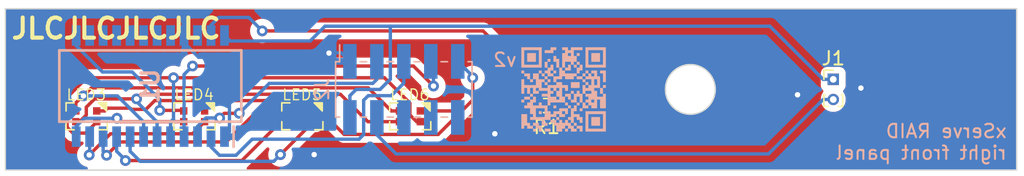
<source format=kicad_pcb>
(kicad_pcb (version 20221018) (generator pcbnew)
  (layers (0 "F.Cu" signal) (31 "B.Cu" signal) (34 "B.Paste" user) (35 "F.Paste" user) (36 "B.SilkS" user "B.Silkscreen") (37 "F.SilkS" user "F.Silkscreen") (38 "B.Mask" user) (39 "F.Mask" user) (44 "Edge.Cuts" user))
  (net 0 "")
  (net 1 "GND")
  (net 2 "/SENS_LOCK")
  (net 3 "/SCK_R")
  (net 4 "/SIN_R")
  (net 5 "/LAT_LS")
  (net 6 "/LAT_R")
  (net 7 "/SIN_LS")
  (net 8 "+5V")
  (net 9 "/R_EN")
  (net 10 "/SCK_LS")
  (net 11 "/OUT_6")
  (net 12 "/OUT_7")
  (net 13 "/OUT_8")
  (net 14 "/OUT_3")
  (net 15 "/OUT_4")
  (net 16 "/OUT_5")
  (net 17 "/OUT_0")
  (net 18 "/OUT_1")
  (net 19 "/OUT_2")
  (net 20 "Net-(U1-REXT)")
  (net 21 "/OUT_9")
  (net 22 "/OUT_10")
  (net 23 "/OUT_11")
  (net 24 "/OUT_12")
  (net 25 "/OUT_13")
  (net 26 "/OUT_14")
  (net 27 "/OUT_15")
  (footprint "connector_1.50mm:PinHeader_1x02_P1.50mm_Vertical" (layer "F.Cu") (at 111.4 105.25)
    (fp_text reference "J1" (at 0 -1.56) (layer "F.SilkS"))
    (fp_text value "SENS_LOCK")
    (pad "1" thru_hole rect (at 0 0) (size 0.85 0.85) (drill 0.5) (layers "*.Cu" "*.Mask") (net 8 "+5V"))
    (pad "2" thru_hole oval (at 0 1.5) (size 0.85 0.85) (drill 0.5) (layers "*.Cu" "*.Mask") (net 2 "/SENS_LOCK"))
  )
  (footprint "footprints:LED RGB XINGLIGHT XL-2012RGBC 0805" (layer "F.Cu") (at 56 108)
    (fp_text reference "LED3" (at 0 -1.6 unlocked) (layer "F.SilkS") (effects (font (size 0.8 0.8) (thickness 0.1))))
    (fp_text value "lightning sign")
    (pad "1" smd rect (at 0.775 0.4) (size 0.55 0.55) (layers "F.Cu" "F.Paste" "F.Mask") (net 17 "/OUT_0"))
    (pad "2" smd rect (at -0.775 0.4) (size 0.55 0.55) (layers "F.Cu" "F.Paste" "F.Mask") (net 18 "/OUT_1"))
    (pad "3" smd rect (at 0.775 -0.4) (size 0.55 0.55) (layers "F.Cu" "F.Paste" "F.Mask") (net 9 "/R_EN"))
    (pad "4" smd rect (at -0.775 -0.4) (size 0.55 0.55) (layers "F.Cu" "F.Paste" "F.Mask") (net 19 "/OUT_2"))
  )
  (footprint "footprints:LED RGB XINGLIGHT XL-2012RGBC 0805" (layer "F.Cu") (at 72 108)
    (fp_text reference "LED5" (at 0 -1.6 unlocked) (layer "F.SilkS") (effects (font (size 0.8 0.8) (thickness 0.1))))
    (fp_text value "temp sign")
    (pad "1" smd rect (at 0.775 0.4) (size 0.55 0.55) (layers "F.Cu" "F.Paste" "F.Mask") (net 14 "/OUT_3"))
    (pad "2" smd rect (at -0.775 0.4) (size 0.55 0.55) (layers "F.Cu" "F.Paste" "F.Mask") (net 15 "/OUT_4"))
    (pad "3" smd rect (at 0.775 -0.4) (size 0.55 0.55) (layers "F.Cu" "F.Paste" "F.Mask") (net 9 "/R_EN"))
    (pad "4" smd rect (at -0.775 -0.4) (size 0.55 0.55) (layers "F.Cu" "F.Paste" "F.Mask") (net 16 "/OUT_5"))
  )
  (footprint "footprints:LED RGB XINGLIGHT XL-2012RGBC 0805" (layer "F.Cu") (at 64 108)
    (fp_text reference "LED4" (at 0 -1.6 unlocked) (layer "F.SilkS") (effects (font (size 0.8 0.8) (thickness 0.1))))
    (fp_text value "fan sign")
    (pad "1" smd rect (at 0.775 0.4) (size 0.55 0.55) (layers "F.Cu" "F.Paste" "F.Mask") (net 11 "/OUT_6"))
    (pad "2" smd rect (at -0.775 0.4) (size 0.55 0.55) (layers "F.Cu" "F.Paste" "F.Mask") (net 12 "/OUT_7"))
    (pad "3" smd rect (at 0.775 -0.4) (size 0.55 0.55) (layers "F.Cu" "F.Paste" "F.Mask") (net 9 "/R_EN"))
    (pad "4" smd rect (at -0.775 -0.4) (size 0.55 0.55) (layers "F.Cu" "F.Paste" "F.Mask") (net 13 "/OUT_8"))
  )
  (footprint "Resistor_SMD:R_0603_1608Metric" (layer "F.Cu") (at 90.15 107.2)
    (fp_text reference "R1" (at 0 1.6) (layer "F.SilkS"))
    (fp_text value "820" hide)
    (pad "1" smd roundrect (at -0.825 0) (size 0.8 0.95) (layers "F.Cu" "F.Paste" "F.Mask") (net 1 "GND"))
    (pad "2" smd roundrect (at 0.825 0) (size 0.8 0.95) (layers "F.Cu" "F.Paste" "F.Mask") (net 20 "Net-(U1-REXT)"))
  )
  (footprint "footprints:LED RGB XINGLIGHT XL-2012RGBC 0805" (layer "F.Cu") (at 80 108)
    (fp_text reference "LED6" (at 0 -1.6 unlocked) (layer "F.SilkS") (effects (font (size 0.8 0.8) (thickness 0.1))))
    (fp_text value "chip sign")
    (pad "1" smd rect (at 0.775 0.4) (size 0.55 0.55) (layers "F.Cu" "F.Paste" "F.Mask") (net 17 "/OUT_0"))
    (pad "2" smd rect (at -0.775 0.4) (size 0.55 0.55) (layers "F.Cu" "F.Paste" "F.Mask") (net 18 "/OUT_1"))
    (pad "3" smd rect (at 0.775 -0.4) (size 0.55 0.55) (layers "F.Cu" "F.Paste" "F.Mask") (net 9 "/R_EN"))
    (pad "4" smd rect (at -0.775 -0.4) (size 0.55 0.55) (layers "F.Cu" "F.Paste" "F.Mask") (net 19 "/OUT_2"))
  )
  (footprint "TB62747AFG:SOP100P800X190-24N" (layer "B.Cu") (at 60.75 105.75 90)
    (fp_text reference "U1" (at 0 0 90) (layer "B.SilkS") (effects (font (size 1.27 1.27) (thickness 0.254)) (justify mirror)))
    (fp_text value "TB62747AFG,C8,EL" hide)
    (pad "1" smd rect (at -3.762 5.5) (size 0.65 1.525) (layers "B.Cu" "B.Paste" "B.Mask") (net 1 "GND"))
    (pad "2" smd rect (at -3.762 4.5) (size 0.65 1.525) (layers "B.Cu" "B.Paste" "B.Mask") (net 4 "/SIN_R"))
    (pad "3" smd rect (at -3.762 3.5) (size 0.65 1.525) (layers "B.Cu" "B.Paste" "B.Mask") (net 3 "/SCK_R"))
    (pad "4" smd rect (at -3.762 2.5) (size 0.65 1.525) (layers "B.Cu" "B.Paste" "B.Mask") (net 6 "/LAT_R"))
    (pad "5" smd rect (at -3.762 1.5) (size 0.65 1.525) (layers "B.Cu" "B.Paste" "B.Mask") (net 17 "/OUT_0"))
    (pad "6" smd rect (at -3.762 0.5) (size 0.65 1.525) (layers "B.Cu" "B.Paste" "B.Mask") (net 18 "/OUT_1"))
    (pad "7" smd rect (at -3.762 -0.5) (size 0.65 1.525) (layers "B.Cu" "B.Paste" "B.Mask") (net 19 "/OUT_2"))
    (pad "8" smd rect (at -3.762 -1.5) (size 0.65 1.525) (layers "B.Cu" "B.Paste" "B.Mask") (net 14 "/OUT_3"))
    (pad "9" smd rect (at -3.762 -2.5) (size 0.65 1.525) (layers "B.Cu" "B.Paste" "B.Mask") (net 15 "/OUT_4"))
    (pad "10" smd rect (at -3.762 -3.5) (size 0.65 1.525) (layers "B.Cu" "B.Paste" "B.Mask") (net 16 "/OUT_5"))
    (pad "11" smd rect (at -3.762 -4.5) (size 0.65 1.525) (layers "B.Cu" "B.Paste" "B.Mask") (net 11 "/OUT_6"))
    (pad "12" smd rect (at -3.762 -5.5) (size 0.65 1.525) (layers "B.Cu" "B.Paste" "B.Mask") (net 12 "/OUT_7"))
    (pad "13" smd rect (at 3.762 -5.5) (size 0.65 1.525) (layers "B.Cu" "B.Paste" "B.Mask") (net 13 "/OUT_8"))
    (pad "14" smd rect (at 3.762 -4.5) (size 0.65 1.525) (layers "B.Cu" "B.Paste" "B.Mask") (net 21 "/OUT_9"))
    (pad "15" smd rect (at 3.762 -3.5) (size 0.65 1.525) (layers "B.Cu" "B.Paste" "B.Mask") (net 22 "/OUT_10"))
    (pad "16" smd rect (at 3.762 -2.5) (size 0.65 1.525) (layers "B.Cu" "B.Paste" "B.Mask") (net 23 "/OUT_11"))
    (pad "17" smd rect (at 3.762 -1.5) (size 0.65 1.525) (layers "B.Cu" "B.Paste" "B.Mask") (net 24 "/OUT_12"))
    (pad "18" smd rect (at 3.762 -0.5) (size 0.65 1.525) (layers "B.Cu" "B.Paste" "B.Mask") (net 25 "/OUT_13"))
    (pad "19" smd rect (at 3.762 0.5) (size 0.65 1.525) (layers "B.Cu" "B.Paste" "B.Mask") (net 26 "/OUT_14"))
    (pad "20" smd rect (at 3.762 1.5) (size 0.65 1.525) (layers "B.Cu" "B.Paste" "B.Mask") (net 27 "/OUT_15"))
    (pad "21" smd rect (at 3.762 2.5) (size 0.65 1.525) (layers "B.Cu" "B.Paste" "B.Mask") (net 1 "GND"))
    (pad "22" smd rect (at 3.762 3.5) (size 0.65 1.525) (layers "B.Cu" "B.Paste" "B.Mask"))
    (pad "23" smd rect (at 3.762 4.5) (size 0.65 1.525) (layers "B.Cu" "B.Paste" "B.Mask") (net 20 "Net-(U1-REXT)"))
    (pad "24" smd rect (at 3.762 5.5) (size 0.65 1.525) (layers "B.Cu" "B.Paste" "B.Mask") (net 8 "+5V"))
  )
  (footprint "Connector_PinHeader_2.00mm:PinHeader_2x05_P2.00mm_Vertical_SMD" (layer "B.Cu") (at 79.55 106 -90)
    (fp_text reference "J2" (at 0 6.06 90) (layer "B.SilkS") (effects (justify mirror)))
    (fp_text value "Conn_02x05_Top_Bottom" hide)
    (pad "1" smd rect (at -2.085 4 270) (size 2.58 1) (layers "B.Cu" "B.Paste" "B.Mask") (net 1 "GND"))
    (pad "2" smd rect (at 2.085 4 270) (size 2.58 1) (layers "B.Cu" "B.Paste" "B.Mask") (net 8 "+5V"))
    (pad "3" smd rect (at -2.085 2 270) (size 2.58 1) (layers "B.Cu" "B.Paste" "B.Mask") (net 3 "/SCK_R"))
    (pad "4" smd rect (at 2.085 2 270) (size 2.58 1) (layers "B.Cu" "B.Paste" "B.Mask") (net 2 "/SENS_LOCK"))
    (pad "5" smd rect (at -2.085 0 270) (size 2.58 1) (layers "B.Cu" "B.Paste" "B.Mask") (net 4 "/SIN_R"))
    (pad "6" smd rect (at 2.085 0 270) (size 2.58 1) (layers "B.Cu" "B.Paste" "B.Mask") (net 5 "/LAT_LS"))
    (pad "7" smd rect (at -2.085 -2 270) (size 2.58 1) (layers "B.Cu" "B.Paste" "B.Mask") (net 6 "/LAT_R"))
    (pad "8" smd rect (at 2.085 -2 270) (size 2.58 1) (layers "B.Cu" "B.Paste" "B.Mask") (net 7 "/SIN_LS"))
    (pad "9" smd rect (at -2.085 -4 270) (size 2.58 1) (layers "B.Cu" "B.Paste" "B.Mask") (net 9 "/R_EN"))
    (pad "10" smd rect (at 2.085 -4 270) (size 2.58 1) (layers "B.Cu" "B.Paste" "B.Mask") (net 10 "/SCK_LS"))
  )
  (footprint "qr:qr" (layer "B.Cu") (at 91.4 106 180)
    (fp_text reference "v2" (at 4.35 2.2) (layer "B.SilkS") (effects (justify mirror)))
    (fp_text value "LOGO" hide)
  )
  (gr_circle (center 100.8 106) (end 102.65 106) (stroke (width 0.1)) (fill none) (layer "Edge.Cuts"))
  (gr_line (start 50 100) (end 50 112) (stroke (width 0.1)) (layer "Edge.Cuts"))
  (gr_line (start 50 112) (end 125 112) (stroke (width 0.1)) (layer "Edge.Cuts"))
  (gr_line (start 125 112) (end 125 100) (stroke (width 0.1)) (layer "Edge.Cuts"))
  (gr_line (start 50 100) (end 125 100) (stroke (width 0.1)) (layer "Edge.Cuts"))
  (gr_text "xServe RAID\nright front panel" (at 124.35 111.3) (layer "B.SilkS") (effects (font (size 1 1)) (justify left bottom mirror)))
  (gr_text "JLCJLCJLCJLC" (at 50.3 102.35) (layer "F.SilkS") (effects (font (size 1.5 1.5) (thickness 0.3) bold) (justify left bottom)))
  (segment (start 74 103.3) (end 85.425 103.3) (width 0.25) (layer "F.Cu") (net 1))
  (segment (start 85.425 103.3) (end 89.325 107.2) (width 0.25) (layer "F.Cu") (net 1))
  (via (at 108.75 106.4) (size 0.8) (drill 0.4) (layers "F.Cu" "B.Cu") (net 1))
  (via (at 72.9 110.85) (size 0.8) (drill 0.4) (layers "F.Cu" "B.Cu") (net 1))
  (via (at 74 103.3) (size 0.8) (drill 0.4) (layers "F.Cu" "B.Cu") (net 1))
  (via (at 113.45 105.9) (size 0.8) (drill 0.4) (layers "F.Cu" "B.Cu") (net 1))
  (via (at 86.3 109.3) (size 0.8) (drill 0.4) (layers "F.Cu" "B.Cu") (net 1))
  (segment (start 70.45 103.275) (end 73.975 103.275) (width 0.25) (layer "B.Cu") (net 1))
  (segment (start 66.6174 103.6103) (end 64.32518 103.6103) (width 0.25) (layer "B.Cu") (net 1))
  (segment (start 66.6174 103.6103) (end 66.6174 109.1446) (width 0.25) (layer "B.Cu") (net 1))
  (segment (start 74.025 103.275) (end 74.91 103.275) (width 0.25) (layer "B.Cu") (net 1))
  (segment (start 66.6174 103.6103) (end 66.9527 103.275) (width 0.25) (layer "B.Cu") (net 1))
  (segment (start 73.975 103.275) (end 74 103.3) (width 0.25) (layer "B.Cu") (net 1))
  (segment (start 69.025 103.275) (end 69.05 103.3) (width 0.25) (layer "B.Cu") (net 1))
  (segment (start 74.91 103.275) (end 75.55 103.915) (width 0.25) (layer "B.Cu") (net 1))
  (segment (start 74 103.3) (end 74.025 103.275) (width 0.25) (layer "B.Cu") (net 1))
  (segment (start 66.6174 109.1446) (end 66.25 109.512) (width 0.25) (layer "B.Cu") (net 1))
  (segment (start 63.25 102.53512) (end 63.25 101.988) (width 0.25) (layer "B.Cu") (net 1))
  (segment (start 66.9527 103.275) (end 69.025 103.275) (width 0.25) (layer "B.Cu") (net 1))
  (segment (start 69.075 103.275) (end 70.45 103.275) (width 0.25) (layer "B.Cu") (net 1))
  (segment (start 69.05 103.3) (end 69.075 103.275) (width 0.25) (layer "B.Cu") (net 1))
  (segment (start 64.32518 103.6103) (end 63.25 102.53512) (width 0.25) (layer "B.Cu") (net 1))
  (segment (start 77.55 109.375) (end 78.975 110.8) (width 0.25) (layer "B.Cu") (net 2))
  (segment (start 110.6481 106.75) (end 111.4 106.75) (width 0.25) (layer "B.Cu") (net 2))
  (segment (start 77.55 108.085) (end 77.55 109.375) (width 0.25) (layer "B.Cu") (net 2))
  (segment (start 78.975 110.8) (end 106.5981 110.8) (width 0.25) (layer "B.Cu") (net 2))
  (segment (start 106.5981 110.8) (end 110.6481 106.75) (width 0.25) (layer "B.Cu") (net 2))
  (segment (start 66.2371 107.777) (end 65.8904 108.1237) (width 0.25) (layer "F.Cu") (net 3))
  (segment (start 67.3443 107.777) (end 66.2371 107.777) (width 0.25) (layer "F.Cu") (net 3))
  (via (at 67.3443 107.777) (size 0.8) (drill 0.4) (layers "F.Cu" "B.Cu") (net 3))
  (via (at 65.8904 108.1237) (size 0.8) (drill 0.4) (layers "F.Cu" "B.Cu") (net 3))
  (segment (start 77.55 105.25) (end 77.2506 105.5494) (width 0.25) (layer "B.Cu") (net 3))
  (segment (start 64.8758 108.1237) (end 64.25 108.7495) (width 0.25) (layer "B.Cu") (net 3))
  (segment (start 64.25 108.7495) (end 64.25 109.512) (width 0.25) (layer "B.Cu") (net 3))
  (segment (start 77.55 103.915) (end 77.55 105.25) (width 0.25) (layer "B.Cu") (net 3))
  (segment (start 69.5719 105.5494) (end 67.3443 107.777) (width 0.25) (layer "B.Cu") (net 3))
  (segment (start 65.8904 108.1237) (end 64.8758 108.1237) (width 0.25) (layer "B.Cu") (net 3))
  (segment (start 77.2506 105.5494) (end 69.5719 105.5494) (width 0.25) (layer "B.Cu") (net 3))
  (segment (start 76.5709 109.3548) (end 76.2238 109.7019) (width 0.25) (layer "B.Cu") (net 4))
  (segment (start 65.25 109.512) (end 65.25 110.2745) (width 0.25) (layer "B.Cu") (net 4))
  (segment (start 65.8755 110.9) (end 67.1019 110.9) (width 0.25) (layer "B.Cu") (net 4))
  (segment (start 76.5709 106.8061) (end 76.5709 109.3548) (width 0.25) (layer "B.Cu") (net 4))
  (segment (start 76.91 106.467) (end 76.5709 106.8061) (width 0.25) (layer "B.Cu") (net 4))
  (segment (start 67.1019 110.9) (end 68.3 109.7019) (width 0.25) (layer "B.Cu") (net 4))
  (segment (start 76.2238 109.7019) (end 68.3 109.7019) (width 0.25) (layer "B.Cu") (net 4))
  (segment (start 78.6149 106.467) (end 76.91 106.467) (width 0.25) (layer "B.Cu") (net 4))
  (segment (start 65.25 110.2745) (end 65.8755 110.9) (width 0.25) (layer "B.Cu") (net 4))
  (segment (start 79.55 105.5319) (end 78.6149 106.467) (width 0.25) (layer "B.Cu") (net 4))
  (segment (start 79.55 103.915) (end 79.55 105.5319) (width 0.25) (layer "B.Cu") (net 4))
  (segment (start 80.2607 104.2607) (end 81.75 105.75) (width 0.25) (layer "F.Cu") (net 6))
  (segment (start 63.8809 104.2607) (end 80.2607 104.2607) (width 0.25) (layer "F.Cu") (net 6))
  (via (at 81.75 105.75) (size 0.8) (drill 0.4) (layers "F.Cu" "B.Cu") (net 6))
  (via (at 63.8809 104.2607) (size 0.8) (drill 0.4) (layers "F.Cu" "B.Cu") (net 6))
  (segment (start 81.75 105.75) (end 81.75 104.115) (width 0.25) (layer "B.Cu") (net 6))
  (segment (start 81.55 103.915) (end 81.55 104.5811) (width 0.25) (layer "B.Cu") (net 6))
  (segment (start 63.25 104.8916) (end 63.8809 104.2607) (width 0.25) (layer "B.Cu") (net 6))
  (segment (start 63.25 109.512) (end 63.25 108.4226) (width 0.25) (layer "B.Cu") (net 6))
  (segment (start 81.75 104.115) (end 81.55 103.915) (width 0.25) (layer "B.Cu") (net 6))
  (segment (start 63.25 108.4226) (end 63.25 104.8916) (width 0.25) (layer "B.Cu") (net 6))
  (segment (start 75.55 108.085) (end 75.55 106.4681) (width 0.25) (layer "B.Cu") (net 8))
  (segment (start 72.6 102.4) (end 73.7 101.3) (width 0.25) (layer "B.Cu") (net 8))
  (segment (start 110.6481 105.25) (end 111.4 105.25) (width 0.25) (layer "B.Cu") (net 8))
  (segment (start 75.55 106.4681) (end 76.0187 105.9994) (width 0.25) (layer "B.Cu") (net 8))
  (segment (start 77.79 105.9994) (end 78.55 105.2394) (width 0.25) (layer "B.Cu") (net 8))
  (segment (start 78.55 105.2394) (end 78.55 101.3) (width 0.25) (layer "B.Cu") (net 8))
  (segment (start 78.55 101.3) (end 106.6981 101.3) (width 0.25) (layer "B.Cu") (net 8))
  (segment (start 66.662 102.4) (end 72.6 102.4) (width 0.25) (layer "B.Cu") (net 8))
  (segment (start 66.25 101.988) (end 66.662 102.4) (width 0.25) (layer "B.Cu") (net 8))
  (segment (start 106.6981 101.3) (end 110.6481 105.25) (width 0.25) (layer "B.Cu") (net 8))
  (segment (start 76.0187 105.9994) (end 77.79 105.9994) (width 0.25) (layer "B.Cu") (net 8))
  (segment (start 73.7 101.3) (end 78.55 101.3) (width 0.25) (layer "B.Cu") (net 8))
  (segment (start 64.775 107.6) (end 64.775 107.375) (width 0.25) (layer "F.Cu") (net 9))
  (segment (start 60.4249 107.4823) (end 59.3338 107.4823) (width 0.25) (layer "F.Cu") (net 9))
  (segment (start 64.2311 106.8311) (end 72.0061 106.8311) (width 0.25) (layer "F.Cu") (net 9))
  (segment (start 59.3338 107.4823) (end 59.2465 107.395) (width 0.25) (layer "F.Cu") (net 9))
  (segment (start 57.5819 107.395) (end 57.3769 107.6) (width 0.25) (layer "F.Cu") (net 9))
  (segment (start 64.775 107.375) (end 64.2311 106.8311) (width 0.25) (layer "F.Cu") (net 9))
  (segment (start 72.775 107.6) (end 73.3769 107.6) (width 0.25) (layer "F.Cu") (net 9))
  (segment (start 83.85 107.6) (end 84.6589 106.7911) (width 0.25) (layer "F.Cu") (net 9))
  (segment (start 57.3769 107.6) (end 56.775 107.6) (width 0.25) (layer "F.Cu") (net 9))
  (segment (start 75.1269 109.35) (end 82.1 109.35) (width 0.25) (layer "F.Cu") (net 9))
  (segment (start 73.3769 107.6) (end 75.1269 109.35) (width 0.25) (layer "F.Cu") (net 9))
  (segment (start 64.2311 106.8311) (end 61.0761 106.8311) (width 0.25) (layer "F.Cu") (net 9))
  (segment (start 59.2465 107.395) (end 57.5819 107.395) (width 0.25) (layer "F.Cu") (net 9))
  (segment (start 72.0061 106.8311) (end 72.775 107.6) (width 0.25) (layer "F.Cu") (net 9))
  (segment (start 80.775 107.6) (end 83.85 107.6) (width 0.25) (layer "F.Cu") (net 9))
  (segment (start 82.1 109.35) (end 83.85 107.6) (width 0.25) (layer "F.Cu") (net 9))
  (segment (start 61.0761 106.8311) (end 60.4249 107.4823) (width 0.25) (layer "F.Cu") (net 9))
  (segment (start 84.6589 106.7911) (end 84.6589 105.1356) (width 0.25) (layer "F.Cu") (net 9))
  (via (at 84.6589 105.1356) (size 0.8) (drill 0.4) (layers "F.Cu" "B.Cu") (net 9))
  (segment (start 84.6589 105.1356) (end 84.6589 105.0239) (width 0.25) (layer "B.Cu") (net 9))
  (segment (start 84.6589 105.0239) (end 83.55 103.915) (width 0.25) (layer "B.Cu") (net 9))
  (segment (start 57.7935 109.3) (end 63.875 109.3) (width 0.25) (layer "F.Cu") (net 11))
  (segment (start 63.875 109.3) (end 64.775 108.4) (width 0.25) (layer "F.Cu") (net 11))
  (segment (start 56.2161 110.8774) (end 57.7935 109.3) (width 0.25) (layer "F.Cu") (net 11))
  (via (at 56.2161 110.8774) (size 0.8) (drill 0.4) (layers "F.Cu" "B.Cu") (net 11))
  (segment (start 56.2161 110.6353) (end 56.2161 110.8774) (width 0.25) (layer "B.Cu") (net 11))
  (segment (start 56.25 110.6014) (end 56.2161 110.6353) (width 0.25) (layer "B.Cu") (net 11))
  (segment (start 56.25 109.512) (end 56.25 110.6014) (width 0.25) (layer "B.Cu") (net 11))
  (segment (start 63.225 108.4) (end 62.6231 108.4) (width 0.25) (layer "F.Cu") (net 12))
  (segment (start 62.6231 108.4) (end 58.5274 108.4) (width 0.25) (layer "F.Cu") (net 12))
  (segment (start 58.5274 108.4) (end 58.274 108.1466) (width 0.25) (layer "F.Cu") (net 12))
  (via (at 58.274 108.1466) (size 0.8) (drill 0.4) (layers "F.Cu" "B.Cu") (net 12))
  (segment (start 58.274 108.1466) (end 55.8529 108.1466) (width 0.25) (layer "B.Cu") (net 12))
  (segment (start 55.8529 108.1466) (end 55.25 108.7495) (width 0.25) (layer "B.Cu") (net 12))
  (segment (start 55.25 108.7495) (end 55.25 109.512) (width 0.25) (layer "B.Cu") (net 12))
  (segment (start 63.183 107.558) (end 63.225 107.6) (width 0.25) (layer "F.Cu") (net 13))
  (segment (start 61.4481 107.558) (end 63.183 107.558) (width 0.25) (layer "F.Cu") (net 13))
  (via (at 61.4481 107.558) (size 0.8) (drill 0.4) (layers "F.Cu" "B.Cu") (net 13))
  (segment (start 61.4481 107.558) (end 61.4481 106.7481) (width 0.25) (layer "B.Cu") (net 13))
  (segment (start 55.25 102.7505) (end 55.25 101.988) (width 0.25) (layer "B.Cu") (net 13))
  (segment (start 61.4481 106.7481) (end 59.4 104.7) (width 0.25) (layer "B.Cu") (net 13))
  (segment (start 59.4 104.7) (end 57.1995 104.7) (width 0.25) (layer "B.Cu") (net 13))
  (segment (start 57.1995 104.7) (end 55.25 102.7505) (width 0.25) (layer "B.Cu") (net 13))
  (segment (start 72.775 108.4) (end 72.775 108.475) (width 0.25) (layer "F.Cu") (net 14))
  (segment (start 72.775 108.475) (end 70.4 110.85) (width 0.25) (layer "F.Cu") (net 14))
  (via (at 70.4 110.85) (size 0.8) (drill 0.4) (layers "F.Cu" "B.Cu") (net 14))
  (segment (start 59.25 110.6014) (end 59.25 109.512) (width 0.25) (layer "B.Cu") (net 14))
  (segment (start 59.9986 111.35) (end 59.25 110.6014) (width 0.25) (layer "B.Cu") (net 14))
  (segment (start 69.9 111.35) (end 59.9986 111.35) (width 0.25) (layer "B.Cu") (net 14))
  (segment (start 70.4 110.85) (end 69.9 111.35) (width 0.25) (layer "B.Cu") (net 14))
  (segment (start 70.6231 108.4) (end 70.4318 108.4) (width 0.25) (layer "F.Cu") (net 15))
  (segment (start 71.225 108.4) (end 70.6231 108.4) (width 0.25) (layer "F.Cu") (net 15))
  (segment (start 67.5404 111.2914) (end 58.9036 111.2914) (width 0.25) (layer "F.Cu") (net 15))
  (segment (start 70.4318 108.4) (end 67.5404 111.2914) (width 0.25) (layer "F.Cu") (net 15))
  (via (at 58.9036 111.2914) (size 0.8) (drill 0.4) (layers "F.Cu" "B.Cu") (net 15))
  (segment (start 58.9035 111.2914) (end 58.9036 111.2914) (width 0.25) (layer "B.Cu") (net 15))
  (segment (start 58.9035 111.2549) (end 58.9035 111.2914) (width 0.25) (layer "B.Cu") (net 15))
  (segment (start 58.25 109.512) (end 58.25 110.6014) (width 0.25) (layer "B.Cu") (net 15))
  (segment (start 58.25 110.6014) (end 58.9035 111.2549) (width 0.25) (layer "B.Cu") (net 15))
  (segment (start 58.4953 109.9082) (end 66.3759 109.9082) (width 0.25) (layer "F.Cu") (net 16))
  (segment (start 57.5053 110.8982) (end 58.4953 109.9082) (width 0.25) (layer "F.Cu") (net 16))
  (segment (start 66.3759 109.9082) (end 68.6841 107.6) (width 0.25) (layer "F.Cu") (net 16))
  (segment (start 68.6841 107.6) (end 71.225 107.6) (width 0.25) (layer "F.Cu") (net 16))
  (via (at 57.5053 110.8982) (size 0.8) (drill 0.4) (layers "F.Cu" "B.Cu") (net 16))
  (segment (start 57.25 110.6014) (end 57.5053 110.8567) (width 0.25) (layer "B.Cu") (net 16))
  (segment (start 57.5053 110.8567) (end 57.5053 110.8982) (width 0.25) (layer "B.Cu") (net 16))
  (segment (start 57.25 109.512) (end 57.25 110.6014) (width 0.25) (layer "B.Cu") (net 16))
  (segment (start 56.775 108.425) (end 55.95 109.25) (width 0.25) (layer "F.Cu") (net 17))
  (segment (start 54.577 106.5922) (end 54.577 108.8135) (width 0.25) (layer "F.Cu") (net 17))
  (segment (start 56.775 108.4) (end 56.775 108.425) (width 0.25) (layer "F.Cu") (net 17))
  (segment (start 55.95 109.25) (end 55.0135 109.25) (width 0.25) (layer "F.Cu") (net 17))
  (segment (start 78.11782 105.1332) (end 80 107.01538) (width 0.25) (layer "F.Cu") (net 17))
  (segment (start 56.036 105.1332) (end 54.577 106.5922) (width 0.25) (layer "F.Cu") (net 17))
  (segment (start 62.4685 105.1332) (end 56.036 105.1332) (width 0.25) (layer "F.Cu") (net 17))
  (segment (start 80.5 108.4) (end 80.775 108.4) (width 0.25) (layer "F.Cu") (net 17))
  (segment (start 62.4685 105.1332) (end 78.11782 105.1332) (width 0.25) (layer "F.Cu") (net 17))
  (segment (start 55.0135 109.25) (end 54.577 108.8135) (width 0.25) (layer "F.Cu") (net 17))
  (segment (start 80 107.01538) (end 80 107.9) (width 0.25) (layer "F.Cu") (net 17))
  (segment (start 80 107.9) (end 80.5 108.4) (width 0.25) (layer "F.Cu") (net 17))
  (via (at 62.4685 105.1332) (size 0.8) (drill 0.4) (layers "F.Cu" "B.Cu") (net 17))
  (segment (start 62.25 109.512) (end 62.25 108.4226) (width 0.25) (layer "B.Cu") (net 17))
  (segment (start 62.4685 108.2041) (end 62.4685 105.1332) (width 0.25) (layer "B.Cu") (net 17))
  (segment (start 62.25 108.4226) (end 62.4685 108.2041) (width 0.25) (layer "B.Cu") (net 17))
  (segment (start 56 107.3195) (end 56 107.9) (width 0.25) (layer "F.Cu") (net 18))
  (segment (start 55.5 108.4) (end 55.225 108.4) (width 0.25) (layer "F.Cu") (net 18))
  (segment (start 56 107.9) (end 55.5 108.4) (width 0.25) (layer "F.Cu") (net 18))
  (segment (start 74.846 106.3612) (end 76.8848 108.4) (width 0.25) (layer "F.Cu") (net 18))
  (segment (start 56.614 106.7055) (end 56 107.3195) (width 0.25) (layer "F.Cu") (net 18))
  (segment (start 76.8848 108.4) (end 79.225 108.4) (width 0.25) (layer "F.Cu") (net 18))
  (segment (start 59.7286 106.7055) (end 56.614 106.7055) (width 0.25) (layer "F.Cu") (net 18))
  (segment (start 60.0729 106.3612) (end 74.846 106.3612) (width 0.25) (layer "F.Cu") (net 18))
  (segment (start 59.7286 106.7055) (end 60.0729 106.3612) (width 0.25) (layer "F.Cu") (net 18))
  (via (at 59.7286 106.7055) (size 0.8) (drill 0.4) (layers "F.Cu" "B.Cu") (net 18))
  (segment (start 61.25 108.4226) (end 59.7286 106.9012) (width 0.25) (layer "B.Cu") (net 18))
  (segment (start 61.25 109.512) (end 61.25 108.4226) (width 0.25) (layer "B.Cu") (net 18))
  (segment (start 59.7286 106.9012) (end 59.7286 106.7055) (width 0.25) (layer "B.Cu") (net 18))
  (segment (start 55.225 107.6) (end 55.225 106.9981) (width 0.25) (layer "F.Cu") (net 19))
  (segment (start 78.6231 107.6) (end 76.908 105.8849) (width 0.25) (layer "F.Cu") (net 19))
  (segment (start 55.225 106.9981) (end 55.7413 106.4818) (width 0.25) (layer "F.Cu") (net 19))
  (segment (start 76.908 105.8849) (end 56.3843 105.8849) (width 0.25) (layer "F.Cu") (net 19))
  (segment (start 55.7413 106.4818) (end 55.7874 106.4818) (width 0.25) (layer "F.Cu") (net 19))
  (segment (start 79.225 107.6) (end 78.6231 107.6) (width 0.25) (layer "F.Cu") (net 19))
  (segment (start 56.3843 105.8849) (end 55.7874 106.4818) (width 0.25) (layer "F.Cu") (net 19))
  (via (at 55.7874 106.4818) (size 0.8) (drill 0.4) (layers "F.Cu" "B.Cu") (net 19))
  (segment (start 60.25 109.512) (end 60.25 108.4226) (width 0.25) (layer "B.Cu") (net 19))
  (segment (start 58.3092 106.4818) (end 55.7874 106.4818) (width 0.25) (layer "B.Cu") (net 19))
  (segment (start 60.25 108.4226) (end 58.3092 106.4818) (width 0.25) (layer "B.Cu") (net 19))
  (segment (start 69.075 101.625) (end 69.05 101.65) (width 0.25) (layer "F.Cu") (net 20))
  (segment (start 85.425 101.65) (end 90.975 107.2) (width 0.25) (layer "F.Cu") (net 20))
  (segment (start 69.05 101.65) (end 85.425 101.65) (width 0.25) (layer "F.Cu") (net 20))
  (via (at 69.05 101.65) (size 0.8) (drill 0.4) (layers "F.Cu" "B.Cu") (net 20))
  (segment (start 65.25 101.2255) (end 65.25 101.988) (width 0.25) (layer "B.Cu") (net 20))
  (segment (start 65.8255 100.65) (end 68.05 100.65) (width 0.25) (layer "B.Cu") (net 20))
  (segment (start 65.8255 100.65) (end 65.25 101.2255) (width 0.25) (layer "B.Cu") (net 20))
  (segment (start 68.05 100.65) (end 69.05 101.65) (width 0.25) (layer "B.Cu") (net 20))
  (zone (net 1) (net_name "GND") (layer "F.Cu") (connect_pads (clearance 0.5)) (min_thickness 0.25) (fill yes (thermal_gap 0.5) (thermal_bridge_width 0.5))
    (polygon (pts (xy 49.6 112.45) (xy 125.25 112.45) (xy 125.45 112.25) (xy 125.45 99.7) (xy 125.15 99.4) (xy 49.6 99.4)))
  )
  (zone (net 1) (net_name "GND") (layer "B.Cu") (priority 1) (connect_pads (clearance 0.5)) (min_thickness 0.25) (fill yes (thermal_gap 0.5) (thermal_bridge_width 0.5))
    (polygon (pts (xy 49.65 99.35) (xy 49.65 112.45) (xy 125.5 112.45) (xy 125.55 112.4) (xy 125.55 99.45) (xy 125.45 99.35)))
  )
)
</source>
